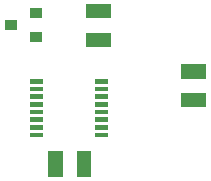
<source format=gbr>
G04 start of page 8 for group -4015 idx -4015
G04 Title: (unknown), toppaste *
G04 Creator: pcb 20080202 *
G04 CreationDate: Thu 01 Apr 2010 01:26:29 PM GMT UTC *
G04 For: ed *
G04 Format: Gerber/RS-274X *
G04 PCB-Dimensions: 162499 149999 *
G04 PCB-Coordinate-Origin: lower left *
%MOIN*%
%FSLAX24Y24*%
%LNFRONTPASTE*%
%ADD21R,0.0161X0.0161*%
%ADD22R,0.0480X0.0480*%
%ADD23R,0.0340X0.0340*%
G54D22*X7848Y12430D02*X8208D01*
X7848Y11470D02*X8208D01*
G54D23*X5898Y11575D02*X5958D01*
X5898Y12355D02*X5958D01*
X5078Y11965D02*X5138D01*
G54D22*X6589Y7507D02*Y7147D01*
X7549Y7507D02*Y7147D01*
X11020Y10416D02*X11380D01*
X11020Y9456D02*X11380D01*
G54D21*X5837Y10085D02*X6109D01*
X5837Y9829D02*X6109D01*
X5837Y9573D02*X6109D01*
X5837Y9317D02*X6109D01*
X5837Y9062D02*X6109D01*
X5837Y8806D02*X6109D01*
X5837Y8550D02*X6109D01*
X5837Y8294D02*X6109D01*
X8002D02*X8274D01*
X8002Y8550D02*X8274D01*
X8002Y8806D02*X8274D01*
X8002Y9062D02*X8274D01*
X8002Y9317D02*X8274D01*
X8002Y9573D02*X8274D01*
X8002Y9829D02*X8274D01*
X8002Y10085D02*X8274D01*
M02*

</source>
